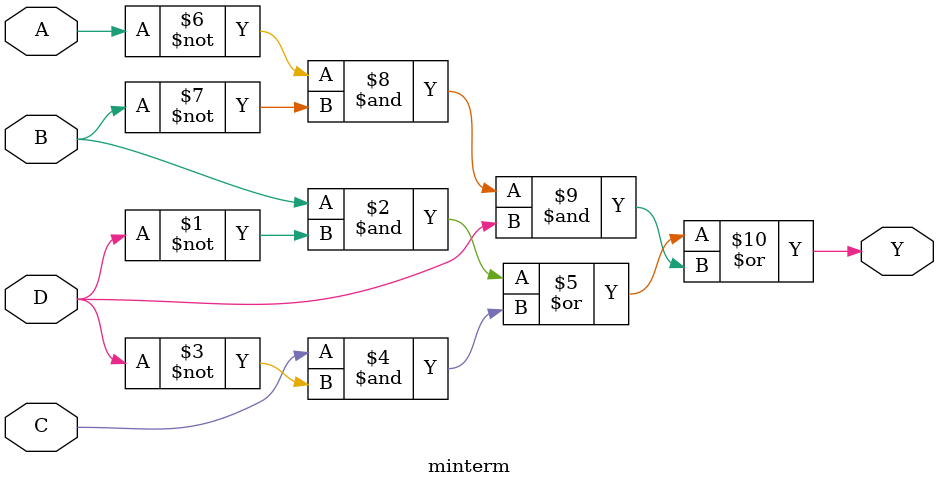
<source format=v>
module minterm (
    input A, B, C, D,
    output Y
);

assign Y = (B & ~D) | (C & ~D) | (~A & ~B & D); // Enter your equation here

endmodule

</source>
